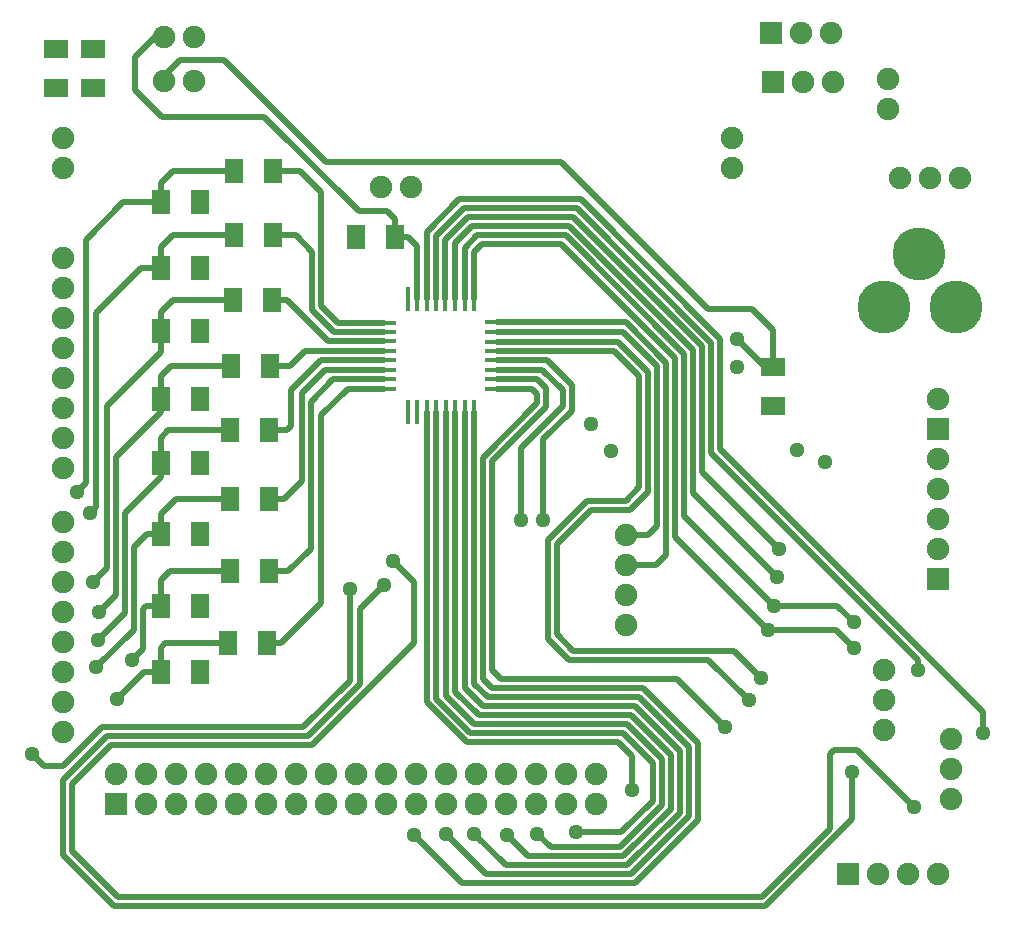
<source format=gbl>
G04 (created by PCBNEW (2013-07-07 BZR 4022)-stable) date 13/10/2015 02:33:16 p.m.*
%MOIN*%
G04 Gerber Fmt 3.4, Leading zero omitted, Abs format*
%FSLAX34Y34*%
G01*
G70*
G90*
G04 APERTURE LIST*
%ADD10C,0.00590551*%
%ADD11C,0.075*%
%ADD12R,0.0787X0.0177*%
%ADD13R,0.0177X0.0787*%
%ADD14R,0.06X0.08*%
%ADD15R,0.08X0.06*%
%ADD16C,0.1771*%
%ADD17R,0.075X0.075*%
%ADD18R,0.0748819X0.0748819*%
%ADD19C,0.0748819*%
%ADD20C,0.050748*%
%ADD21C,0.0198425*%
G04 APERTURE END LIST*
G54D10*
G54D11*
X98000Y-45800D03*
X98000Y-46800D03*
X89850Y-32200D03*
X90850Y-32200D03*
X79250Y-40550D03*
X79250Y-39550D03*
X79250Y-38550D03*
X79250Y-37550D03*
X79250Y-36550D03*
X79250Y-35550D03*
X79250Y-34550D03*
X79250Y-41550D03*
X79250Y-44350D03*
X79250Y-45350D03*
X79250Y-46350D03*
X79250Y-47350D03*
X79250Y-48350D03*
X79250Y-49350D03*
X79250Y-50350D03*
X79250Y-43350D03*
X98000Y-44800D03*
X98000Y-43800D03*
X91000Y-51750D03*
X92000Y-51750D03*
X93000Y-51750D03*
X94000Y-51750D03*
X95000Y-51750D03*
X96000Y-51750D03*
X97000Y-51750D03*
X90000Y-51750D03*
X88000Y-51750D03*
X87000Y-51750D03*
X86000Y-51750D03*
X85000Y-51750D03*
X84000Y-51750D03*
X83000Y-51750D03*
X82000Y-51750D03*
X89000Y-51750D03*
X79250Y-31550D03*
X79250Y-30550D03*
X91000Y-52750D03*
X92000Y-52750D03*
X93000Y-52750D03*
X94000Y-52750D03*
X95000Y-52750D03*
X96000Y-52750D03*
X97000Y-52750D03*
X90000Y-52750D03*
X88000Y-52750D03*
X87000Y-52750D03*
X86000Y-52750D03*
X85000Y-52750D03*
X84000Y-52750D03*
X83000Y-52750D03*
X82000Y-52750D03*
X89000Y-52750D03*
G54D12*
X89954Y-36707D03*
X89954Y-37022D03*
X89954Y-37337D03*
X89954Y-37652D03*
X89954Y-37967D03*
X89954Y-38282D03*
X89954Y-38597D03*
X89954Y-38912D03*
X93720Y-38910D03*
X93720Y-36700D03*
X93720Y-37020D03*
X93720Y-37340D03*
X93720Y-37650D03*
X93720Y-37970D03*
X93720Y-38280D03*
X93720Y-38600D03*
G54D13*
X90738Y-39700D03*
X91052Y-39700D03*
X91368Y-39700D03*
X91682Y-39700D03*
X91998Y-39700D03*
X92312Y-39700D03*
X92628Y-39700D03*
X92942Y-39700D03*
X90740Y-35920D03*
X91050Y-35920D03*
X91370Y-35920D03*
X91680Y-35920D03*
X91990Y-35920D03*
X92310Y-35920D03*
X92630Y-35920D03*
X92950Y-35920D03*
G54D14*
X89000Y-33850D03*
X90300Y-33850D03*
G54D15*
X102900Y-38200D03*
X102900Y-39500D03*
G54D14*
X82500Y-34900D03*
X83800Y-34900D03*
X84750Y-47400D03*
X86050Y-47400D03*
X84800Y-45000D03*
X86100Y-45000D03*
X84800Y-42600D03*
X86100Y-42600D03*
X82500Y-37000D03*
X83800Y-37000D03*
X82500Y-39250D03*
X83800Y-39250D03*
X82500Y-41400D03*
X83800Y-41400D03*
X82500Y-43750D03*
X83800Y-43750D03*
X82500Y-32700D03*
X83800Y-32700D03*
X84800Y-40300D03*
X86100Y-40300D03*
X84850Y-38150D03*
X86150Y-38150D03*
X82500Y-46150D03*
X83800Y-46150D03*
X82500Y-48350D03*
X83800Y-48350D03*
X84950Y-31650D03*
X86250Y-31650D03*
X84950Y-33800D03*
X86250Y-33800D03*
X84900Y-35950D03*
X86200Y-35950D03*
G54D11*
X101550Y-30550D03*
X101550Y-31550D03*
X106750Y-28600D03*
X106750Y-29600D03*
G54D16*
X106597Y-36204D03*
X107778Y-34432D03*
X109006Y-36204D03*
G54D11*
X109150Y-31900D03*
X108150Y-31900D03*
X107150Y-31900D03*
X82600Y-27200D03*
X83600Y-27200D03*
X83600Y-28650D03*
X82600Y-28650D03*
G54D15*
X79000Y-27600D03*
X79000Y-28900D03*
X80250Y-27600D03*
X80250Y-28900D03*
G54D11*
X81000Y-51750D03*
X108850Y-52600D03*
X108850Y-51600D03*
X108850Y-50600D03*
X106600Y-50300D03*
X106600Y-49300D03*
X106600Y-48300D03*
G54D17*
X102900Y-28700D03*
G54D11*
X103900Y-28700D03*
X104900Y-28700D03*
G54D17*
X105400Y-55100D03*
G54D11*
X106400Y-55100D03*
X107400Y-55100D03*
X108400Y-55100D03*
G54D17*
X81000Y-52750D03*
X102850Y-27050D03*
G54D11*
X103850Y-27050D03*
X104850Y-27050D03*
G54D18*
X108400Y-45250D03*
G54D19*
X108400Y-44250D03*
X108400Y-43250D03*
X108400Y-42250D03*
X108400Y-41250D03*
G54D18*
X108400Y-40250D03*
G54D19*
X108400Y-39250D03*
G54D20*
X104650Y-41350D03*
X103700Y-40950D03*
X97500Y-41000D03*
X94500Y-43300D03*
X105550Y-51700D03*
X89950Y-45450D03*
X107750Y-48300D03*
X90950Y-53800D03*
X101300Y-50200D03*
X95250Y-43300D03*
X101700Y-37250D03*
X109900Y-50400D03*
X95050Y-53750D03*
X98200Y-52300D03*
X96350Y-53700D03*
X94050Y-53800D03*
X92950Y-53750D03*
X92000Y-53750D03*
X105600Y-47550D03*
X102750Y-46950D03*
X103050Y-45200D03*
X105600Y-46700D03*
X102950Y-46150D03*
X102100Y-49300D03*
X103100Y-44250D03*
X102500Y-48550D03*
X96850Y-40100D03*
X101700Y-38200D03*
X107600Y-52850D03*
X90250Y-44650D03*
X80450Y-46350D03*
X79700Y-42350D03*
X80400Y-47300D03*
X81550Y-47950D03*
X80350Y-48200D03*
X80250Y-45350D03*
X80150Y-43050D03*
X81050Y-49250D03*
X78200Y-51100D03*
X88800Y-45600D03*
G54D21*
X93720Y-38280D02*
X95224Y-38280D01*
X94500Y-40900D02*
X94500Y-43300D01*
X95900Y-39500D02*
X94500Y-40900D01*
X95900Y-38955D02*
X95900Y-39500D01*
X95224Y-38280D02*
X95900Y-38955D01*
X105550Y-53250D02*
X105550Y-51700D01*
X102650Y-56150D02*
X105550Y-53250D01*
X80950Y-56150D02*
X102650Y-56150D01*
X79250Y-54450D02*
X80950Y-56150D01*
X79250Y-51950D02*
X79250Y-54450D01*
X80698Y-50501D02*
X79250Y-51950D01*
X87398Y-50501D02*
X80698Y-50501D01*
X89150Y-48750D02*
X87398Y-50501D01*
X89150Y-46250D02*
X89150Y-48750D01*
X89950Y-45450D02*
X89150Y-46250D01*
X91680Y-35920D02*
X91680Y-33820D01*
X107750Y-47950D02*
X107750Y-48300D01*
X100848Y-41048D02*
X107750Y-47950D01*
X100848Y-37376D02*
X100848Y-41048D01*
X96372Y-32900D02*
X100848Y-37376D01*
X92600Y-32900D02*
X96372Y-32900D01*
X91680Y-33820D02*
X92600Y-32900D01*
X93720Y-38910D02*
X94860Y-38910D01*
X92550Y-55400D02*
X90950Y-53800D01*
X98294Y-55400D02*
X92550Y-55400D01*
X100400Y-53294D02*
X98294Y-55400D01*
X100400Y-50727D02*
X100400Y-53294D01*
X98576Y-48904D02*
X100400Y-50727D01*
X93554Y-48904D02*
X98576Y-48904D01*
X93240Y-48590D02*
X93554Y-48904D01*
X93240Y-41209D02*
X93240Y-48590D01*
X95050Y-39400D02*
X93240Y-41209D01*
X95050Y-39100D02*
X95050Y-39400D01*
X94860Y-38910D02*
X95050Y-39100D01*
X93720Y-38578D02*
X93720Y-38600D01*
X95028Y-38578D02*
X93720Y-38578D01*
X95348Y-38898D02*
X95028Y-38578D01*
X95348Y-39523D02*
X95348Y-38898D01*
X93538Y-41333D02*
X95348Y-39523D01*
X93538Y-48300D02*
X93538Y-41333D01*
X93838Y-48600D02*
X93538Y-48300D01*
X99700Y-48600D02*
X93838Y-48600D01*
X101300Y-50200D02*
X99700Y-48600D01*
X93720Y-37970D02*
X95370Y-37970D01*
X95250Y-40600D02*
X95250Y-43300D01*
X96200Y-39650D02*
X95250Y-40600D01*
X96200Y-38800D02*
X96200Y-39650D01*
X95370Y-37970D02*
X96200Y-38800D01*
X82600Y-28650D02*
X82600Y-28500D01*
X100750Y-36250D02*
X100900Y-36250D01*
X95850Y-31350D02*
X100750Y-36250D01*
X88000Y-31350D02*
X95850Y-31350D01*
X84600Y-27950D02*
X88000Y-31350D01*
X83150Y-27950D02*
X84600Y-27950D01*
X82600Y-28500D02*
X83150Y-27950D01*
X102900Y-38200D02*
X102650Y-38200D01*
X102650Y-38200D02*
X101700Y-37250D01*
X102900Y-38200D02*
X102900Y-36950D01*
X102200Y-36250D02*
X100900Y-36250D01*
X102900Y-36950D02*
X102200Y-36250D01*
X100900Y-36250D02*
X101150Y-36250D01*
X82600Y-27200D02*
X82300Y-27200D01*
X90300Y-33250D02*
X90300Y-33850D01*
X90050Y-33000D02*
X90300Y-33250D01*
X89100Y-33000D02*
X90050Y-33000D01*
X85950Y-29850D02*
X89100Y-33000D01*
X82550Y-29850D02*
X85950Y-29850D01*
X81650Y-28950D02*
X82550Y-29850D01*
X81650Y-27850D02*
X81650Y-28950D01*
X82300Y-27200D02*
X81650Y-27850D01*
X90300Y-33850D02*
X90750Y-33850D01*
X91050Y-34150D02*
X91050Y-35920D01*
X90750Y-33850D02*
X91050Y-34150D01*
X91370Y-35920D02*
X91370Y-33680D01*
X109900Y-49677D02*
X109900Y-50400D01*
X101146Y-40924D02*
X109900Y-49677D01*
X101146Y-37252D02*
X101146Y-40924D01*
X96495Y-32601D02*
X101146Y-37252D01*
X92448Y-32601D02*
X96495Y-32601D01*
X91370Y-33680D02*
X92448Y-32601D01*
X91998Y-39700D02*
X91998Y-49151D01*
X95500Y-54200D02*
X95050Y-53750D01*
X97800Y-54200D02*
X95500Y-54200D01*
X99200Y-52800D02*
X97800Y-54200D01*
X99200Y-51250D02*
X99200Y-52800D01*
X98050Y-50100D02*
X99200Y-51250D01*
X92946Y-50100D02*
X98050Y-50100D01*
X91998Y-49151D02*
X92946Y-50100D01*
X91368Y-39700D02*
X91368Y-49368D01*
X98200Y-51150D02*
X98200Y-52300D01*
X97750Y-50700D02*
X98200Y-51150D01*
X92700Y-50700D02*
X97750Y-50700D01*
X91368Y-49368D02*
X92700Y-50700D01*
X91682Y-39700D02*
X91682Y-49259D01*
X97850Y-53700D02*
X96350Y-53700D01*
X98900Y-52650D02*
X97850Y-53700D01*
X98900Y-51400D02*
X98900Y-52650D01*
X97901Y-50401D02*
X98900Y-51400D01*
X92823Y-50401D02*
X97901Y-50401D01*
X91682Y-49259D02*
X92823Y-50401D01*
X92312Y-39700D02*
X92312Y-49012D01*
X94750Y-54500D02*
X94050Y-53800D01*
X97922Y-54500D02*
X94750Y-54500D01*
X99498Y-52923D02*
X97922Y-54500D01*
X99498Y-51126D02*
X99498Y-52923D01*
X98172Y-49800D02*
X99498Y-51126D01*
X93100Y-49800D02*
X98172Y-49800D01*
X92312Y-49012D02*
X93100Y-49800D01*
X92628Y-39700D02*
X92628Y-48879D01*
X94000Y-54800D02*
X92950Y-53750D01*
X98050Y-54800D02*
X94000Y-54800D01*
X99800Y-53050D02*
X98050Y-54800D01*
X99800Y-51000D02*
X99800Y-53050D01*
X98301Y-49501D02*
X99800Y-51000D01*
X93250Y-49501D02*
X98301Y-49501D01*
X92628Y-48879D02*
X93250Y-49501D01*
X92942Y-39700D02*
X92942Y-48742D01*
X93348Y-55098D02*
X92000Y-53750D01*
X98173Y-55098D02*
X93348Y-55098D01*
X100100Y-53172D02*
X98173Y-55098D01*
X100100Y-50850D02*
X100100Y-53172D01*
X98453Y-49203D02*
X100100Y-50850D01*
X93403Y-49203D02*
X98453Y-49203D01*
X92942Y-48742D02*
X93403Y-49203D01*
X102750Y-46950D02*
X105000Y-46950D01*
X105000Y-46950D02*
X105600Y-47550D01*
X92950Y-35920D02*
X92950Y-34343D01*
X99650Y-43850D02*
X102750Y-46950D01*
X99650Y-37900D02*
X99650Y-43850D01*
X95843Y-34093D02*
X99650Y-37900D01*
X93200Y-34093D02*
X95843Y-34093D01*
X92950Y-34343D02*
X93200Y-34093D01*
X92310Y-35920D02*
X92310Y-34062D01*
X100251Y-42401D02*
X103050Y-45200D01*
X100251Y-37623D02*
X100251Y-42401D01*
X96124Y-33496D02*
X100251Y-37623D01*
X92875Y-33496D02*
X96124Y-33496D01*
X92310Y-34062D02*
X92875Y-33496D01*
X105050Y-46150D02*
X102950Y-46150D01*
X105600Y-46700D02*
X105050Y-46150D01*
X92630Y-35920D02*
X92630Y-34220D01*
X99950Y-43150D02*
X102950Y-46150D01*
X99950Y-37744D02*
X99950Y-43150D01*
X96001Y-33795D02*
X99950Y-37744D01*
X93054Y-33795D02*
X96001Y-33795D01*
X92630Y-34220D02*
X93054Y-33795D01*
X93720Y-36700D02*
X98001Y-36700D01*
X99000Y-44800D02*
X98000Y-44800D01*
X99350Y-44450D02*
X99000Y-44800D01*
X99350Y-38048D02*
X99350Y-44450D01*
X98001Y-36700D02*
X99350Y-38048D01*
X93720Y-37650D02*
X97600Y-37650D01*
X100748Y-47948D02*
X102100Y-49300D01*
X96098Y-47948D02*
X100748Y-47948D01*
X95400Y-47250D02*
X96098Y-47948D01*
X95400Y-43950D02*
X95400Y-47250D01*
X96700Y-42650D02*
X95400Y-43950D01*
X98000Y-42650D02*
X96700Y-42650D01*
X98450Y-42200D02*
X98000Y-42650D01*
X98450Y-38500D02*
X98450Y-42200D01*
X97600Y-37650D02*
X98450Y-38500D01*
X91990Y-35920D02*
X91990Y-33960D01*
X100550Y-41700D02*
X103100Y-44250D01*
X100550Y-37500D02*
X100550Y-41700D01*
X96248Y-33198D02*
X100550Y-37500D01*
X92751Y-33198D02*
X96248Y-33198D01*
X91990Y-33960D02*
X92751Y-33198D01*
X93720Y-37340D02*
X97743Y-37340D01*
X101600Y-47650D02*
X102500Y-48550D01*
X96250Y-47650D02*
X101600Y-47650D01*
X95700Y-47100D02*
X96250Y-47650D01*
X95700Y-44100D02*
X95700Y-47100D01*
X96850Y-42950D02*
X95700Y-44100D01*
X98150Y-42950D02*
X96850Y-42950D01*
X98753Y-42346D02*
X98150Y-42950D01*
X98753Y-38350D02*
X98753Y-42346D01*
X97743Y-37340D02*
X98753Y-38350D01*
X93720Y-37020D02*
X97899Y-37020D01*
X98750Y-43800D02*
X98000Y-43800D01*
X99051Y-43498D02*
X98750Y-43800D01*
X99051Y-38172D02*
X99051Y-43498D01*
X97899Y-37020D02*
X99051Y-38172D01*
X105700Y-50950D02*
X107600Y-52850D01*
X104950Y-50950D02*
X105700Y-50950D01*
X104800Y-51100D02*
X104950Y-50950D01*
X104800Y-53577D02*
X104800Y-51100D01*
X102526Y-55851D02*
X104800Y-53577D01*
X81073Y-55851D02*
X102526Y-55851D01*
X79548Y-54326D02*
X81073Y-55851D01*
X79548Y-52100D02*
X79548Y-54326D01*
X80848Y-50800D02*
X79548Y-52100D01*
X87550Y-50800D02*
X80848Y-50800D01*
X90950Y-47400D02*
X87550Y-50800D01*
X90950Y-45350D02*
X90950Y-47400D01*
X90250Y-44650D02*
X90950Y-45350D01*
X86100Y-42600D02*
X86600Y-42600D01*
X87968Y-38282D02*
X89954Y-38282D01*
X87200Y-39050D02*
X87968Y-38282D01*
X87200Y-42000D02*
X87200Y-39050D01*
X86600Y-42600D02*
X87200Y-42000D01*
X89954Y-37967D02*
X87833Y-37967D01*
X86700Y-40300D02*
X86100Y-40300D01*
X86850Y-40150D02*
X86700Y-40300D01*
X86850Y-38950D02*
X86850Y-40150D01*
X87833Y-37967D02*
X86850Y-38950D01*
X89954Y-37652D02*
X87298Y-37652D01*
X86800Y-38150D02*
X86150Y-38150D01*
X87298Y-37652D02*
X86800Y-38150D01*
X89954Y-37337D02*
X88087Y-37337D01*
X86700Y-35950D02*
X86200Y-35950D01*
X88087Y-37337D02*
X86700Y-35950D01*
X89954Y-36707D02*
X88407Y-36707D01*
X87150Y-31650D02*
X86250Y-31650D01*
X87850Y-32350D02*
X87150Y-31650D01*
X87850Y-36150D02*
X87850Y-32350D01*
X88407Y-36707D02*
X87850Y-36150D01*
X82500Y-39250D02*
X82500Y-39700D01*
X81001Y-45798D02*
X80450Y-46350D01*
X81001Y-41198D02*
X81001Y-45798D01*
X82500Y-39700D02*
X81001Y-41198D01*
X84850Y-38150D02*
X82850Y-38150D01*
X82500Y-38500D02*
X82500Y-39250D01*
X82850Y-38150D02*
X82500Y-38500D01*
X86250Y-33800D02*
X87000Y-33800D01*
X88272Y-37022D02*
X89954Y-37022D01*
X87550Y-36300D02*
X88272Y-37022D01*
X87550Y-34350D02*
X87550Y-36300D01*
X87000Y-33800D02*
X87550Y-34350D01*
X82500Y-32700D02*
X81250Y-32700D01*
X80000Y-42050D02*
X79700Y-42350D01*
X80000Y-33950D02*
X80000Y-42050D01*
X81250Y-32700D02*
X80000Y-33950D01*
X84950Y-31650D02*
X82900Y-31650D01*
X82500Y-32050D02*
X82500Y-32700D01*
X82900Y-31650D02*
X82500Y-32050D01*
X82500Y-41400D02*
X82500Y-41850D01*
X81300Y-46400D02*
X80400Y-47300D01*
X81300Y-43050D02*
X81300Y-46400D01*
X82500Y-41850D02*
X81300Y-43050D01*
X84800Y-40300D02*
X82750Y-40300D01*
X82500Y-40550D02*
X82500Y-41400D01*
X82750Y-40300D02*
X82500Y-40550D01*
X89954Y-38597D02*
X88253Y-38597D01*
X86750Y-45000D02*
X86100Y-45000D01*
X87500Y-44250D02*
X86750Y-45000D01*
X87500Y-39350D02*
X87500Y-44250D01*
X88253Y-38597D02*
X87500Y-39350D01*
X82500Y-46150D02*
X82000Y-46150D01*
X81900Y-47600D02*
X81550Y-47950D01*
X81900Y-46250D02*
X81900Y-47600D01*
X82000Y-46150D02*
X81900Y-46250D01*
X84800Y-45000D02*
X82800Y-45000D01*
X82500Y-45300D02*
X82500Y-46150D01*
X82800Y-45000D02*
X82500Y-45300D01*
X82500Y-43750D02*
X82050Y-43750D01*
X81600Y-46950D02*
X80350Y-48200D01*
X81600Y-44200D02*
X81600Y-46950D01*
X82050Y-43750D02*
X81600Y-44200D01*
X84800Y-42600D02*
X83000Y-42600D01*
X83000Y-42600D02*
X82500Y-43100D01*
X82500Y-43100D02*
X82500Y-43750D01*
X82500Y-37000D02*
X82500Y-37700D01*
X80703Y-44896D02*
X80250Y-45350D01*
X80703Y-39496D02*
X80703Y-44896D01*
X82500Y-37700D02*
X80703Y-39496D01*
X84900Y-35950D02*
X82900Y-35950D01*
X82500Y-36350D02*
X82500Y-37000D01*
X82900Y-35950D02*
X82500Y-36350D01*
X81850Y-34900D02*
X82500Y-34900D01*
X80350Y-36400D02*
X81850Y-34900D01*
X80350Y-42850D02*
X80350Y-36400D01*
X80150Y-43050D02*
X80350Y-42850D01*
X84950Y-33800D02*
X82900Y-33800D01*
X82500Y-34200D02*
X82500Y-34900D01*
X82900Y-33800D02*
X82500Y-34200D01*
X82500Y-48350D02*
X81950Y-48350D01*
X81950Y-48350D02*
X81050Y-49250D01*
X84750Y-47400D02*
X82650Y-47400D01*
X82500Y-47550D02*
X82500Y-48350D01*
X82650Y-47400D02*
X82500Y-47550D01*
X78600Y-51500D02*
X78200Y-51100D01*
X79250Y-51500D02*
X78600Y-51500D01*
X80546Y-50203D02*
X79250Y-51500D01*
X87246Y-50203D02*
X80546Y-50203D01*
X88800Y-48650D02*
X87246Y-50203D01*
X88800Y-45600D02*
X88800Y-48650D01*
X86050Y-47400D02*
X86500Y-47400D01*
X88738Y-38912D02*
X89954Y-38912D01*
X87850Y-39800D02*
X88738Y-38912D01*
X87850Y-46050D02*
X87850Y-39800D01*
X86500Y-47400D02*
X87850Y-46050D01*
M02*

</source>
